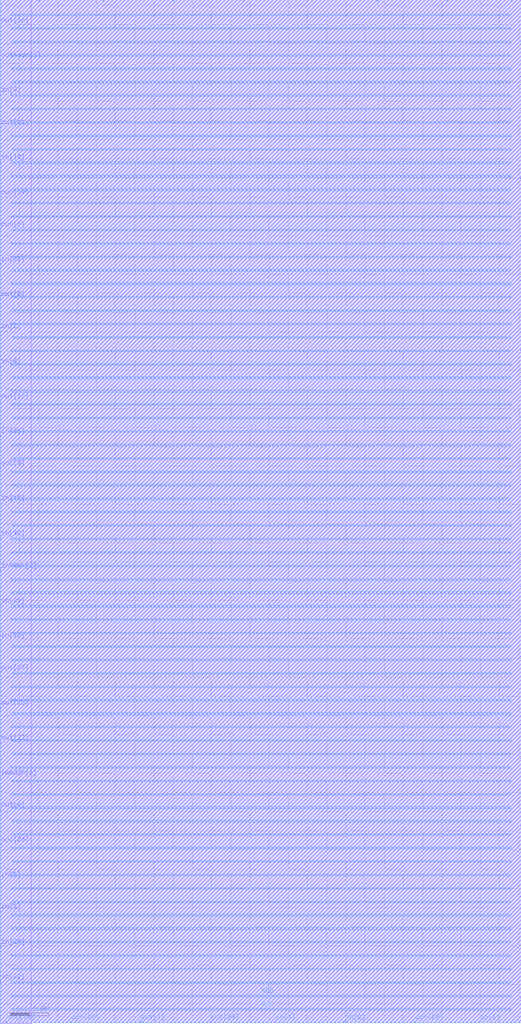
<source format=lef>
VERSION 5.8 ;
BUSBITCHARS "[]" ;
DIVIDERCHAR "/" ;
UNITS
    DATABASE MICRONS 2000 ;
END UNITS

MACRO memMod_dist_1
  FOREIGN memMod_dist_1 0 0 ;
  CLASS BLOCK ;
  SIZE 54.285 BY 106.565 ;
  PIN VSS
    USE GROUND ;
    DIRECTION INOUT ;
    PORT
      LAYER metal4 ;
        RECT  1.14 104.915 53.2 105.085 ;
        RECT  1.14 102.115 53.2 102.285 ;
        RECT  1.14 99.315 53.2 99.485 ;
        RECT  1.14 96.515 53.2 96.685 ;
        RECT  1.14 93.715 53.2 93.885 ;
        RECT  1.14 90.915 53.2 91.085 ;
        RECT  1.14 88.115 53.2 88.285 ;
        RECT  1.14 85.315 53.2 85.485 ;
        RECT  1.14 82.515 53.2 82.685 ;
        RECT  1.14 79.715 53.2 79.885 ;
        RECT  1.14 76.915 53.2 77.085 ;
        RECT  1.14 74.115 53.2 74.285 ;
        RECT  1.14 71.315 53.2 71.485 ;
        RECT  1.14 68.515 53.2 68.685 ;
        RECT  1.14 65.715 53.2 65.885 ;
        RECT  1.14 62.915 53.2 63.085 ;
        RECT  1.14 60.115 53.2 60.285 ;
        RECT  1.14 57.315 53.2 57.485 ;
        RECT  1.14 54.515 53.2 54.685 ;
        RECT  1.14 51.715 53.2 51.885 ;
        RECT  1.14 48.915 53.2 49.085 ;
        RECT  1.14 46.115 53.2 46.285 ;
        RECT  1.14 43.315 53.2 43.485 ;
        RECT  1.14 40.515 53.2 40.685 ;
        RECT  1.14 37.715 53.2 37.885 ;
        RECT  1.14 34.915 53.2 35.085 ;
        RECT  1.14 32.115 53.2 32.285 ;
        RECT  1.14 29.315 53.2 29.485 ;
        RECT  1.14 26.515 53.2 26.685 ;
        RECT  1.14 23.715 53.2 23.885 ;
        RECT  1.14 20.915 53.2 21.085 ;
        RECT  1.14 18.115 53.2 18.285 ;
        RECT  1.14 15.315 53.2 15.485 ;
        RECT  1.14 12.515 53.2 12.685 ;
        RECT  1.14 9.715 53.2 9.885 ;
        RECT  1.14 6.915 53.2 7.085 ;
        RECT  1.14 4.115 53.2 4.285 ;
        RECT  1.14 1.315 53.2 1.485 ;
    END
  END VSS
  PIN VDD
    USE POWER ;
    DIRECTION INOUT ;
    PORT
      LAYER metal4 ;
        RECT  1.14 103.515 53.2 103.685 ;
        RECT  1.14 100.715 53.2 100.885 ;
        RECT  1.14 97.915 53.2 98.085 ;
        RECT  1.14 95.115 53.2 95.285 ;
        RECT  1.14 92.315 53.2 92.485 ;
        RECT  1.14 89.515 53.2 89.685 ;
        RECT  1.14 86.715 53.2 86.885 ;
        RECT  1.14 83.915 53.2 84.085 ;
        RECT  1.14 81.115 53.2 81.285 ;
        RECT  1.14 78.315 53.2 78.485 ;
        RECT  1.14 75.515 53.2 75.685 ;
        RECT  1.14 72.715 53.2 72.885 ;
        RECT  1.14 69.915 53.2 70.085 ;
        RECT  1.14 67.115 53.2 67.285 ;
        RECT  1.14 64.315 53.2 64.485 ;
        RECT  1.14 61.515 53.2 61.685 ;
        RECT  1.14 58.715 53.2 58.885 ;
        RECT  1.14 55.915 53.2 56.085 ;
        RECT  1.14 53.115 53.2 53.285 ;
        RECT  1.14 50.315 53.2 50.485 ;
        RECT  1.14 47.515 53.2 47.685 ;
        RECT  1.14 44.715 53.2 44.885 ;
        RECT  1.14 41.915 53.2 42.085 ;
        RECT  1.14 39.115 53.2 39.285 ;
        RECT  1.14 36.315 53.2 36.485 ;
        RECT  1.14 33.515 53.2 33.685 ;
        RECT  1.14 30.715 53.2 30.885 ;
        RECT  1.14 27.915 53.2 28.085 ;
        RECT  1.14 25.115 53.2 25.285 ;
        RECT  1.14 22.315 53.2 22.485 ;
        RECT  1.14 19.515 53.2 19.685 ;
        RECT  1.14 16.715 53.2 16.885 ;
        RECT  1.14 13.915 53.2 14.085 ;
        RECT  1.14 11.115 53.2 11.285 ;
        RECT  1.14 8.315 53.2 8.485 ;
        RECT  1.14 5.515 53.2 5.685 ;
        RECT  1.14 2.715 53.2 2.885 ;
    END
  END VDD
  PIN clk
    DIRECTION INPUT ;
    USE SIGNAL ;
    PORT
      LAYER metal3 ;
        RECT  54.215 34.475 54.285 34.545 ;
    END
  END clk
  PIN inAddr[0]
    DIRECTION INPUT ;
    USE SIGNAL ;
    PORT
      LAYER metal3 ;
        RECT  54.215 52.395 54.285 52.465 ;
    END
  END inAddr[0]
  PIN inAddr[1]
    DIRECTION INPUT ;
    USE SIGNAL ;
    PORT
      LAYER metal3 ;
        RECT  54.215 80.955 54.285 81.025 ;
    END
  END inAddr[1]
  PIN inAddr[2]
    DIRECTION INPUT ;
    USE SIGNAL ;
    PORT
      LAYER metal3 ;
        RECT  0 47.075 0.07 47.145 ;
    END
  END inAddr[2]
  PIN inAddr[3]
    DIRECTION INPUT ;
    USE SIGNAL ;
    PORT
      LAYER metal3 ;
        RECT  0 25.515 0.07 25.585 ;
    END
  END inAddr[3]
  PIN in[0]
    DIRECTION INPUT ;
    USE SIGNAL ;
    PORT
      LAYER metal4 ;
        RECT  35.865 0 36.005 0.14 ;
    END
  END in[0]
  PIN in[10]
    DIRECTION INPUT ;
    USE SIGNAL ;
    PORT
      LAYER metal4 ;
        RECT  17.945 106.425 18.085 106.565 ;
    END
  END in[10]
  PIN in[11]
    DIRECTION INPUT ;
    USE SIGNAL ;
    PORT
      LAYER metal4 ;
        RECT  53.225 106.425 53.365 106.565 ;
    END
  END in[11]
  PIN in[12]
    DIRECTION INPUT ;
    USE SIGNAL ;
    PORT
      LAYER metal3 ;
        RECT  0 39.795 0.07 39.865 ;
    END
  END in[12]
  PIN in[13]
    DIRECTION INPUT ;
    USE SIGNAL ;
    PORT
      LAYER metal3 ;
        RECT  54.215 27.475 54.285 27.545 ;
    END
  END in[13]
  PIN in[14]
    DIRECTION INPUT ;
    USE SIGNAL ;
    PORT
      LAYER metal3 ;
        RECT  54.215 48.755 54.285 48.825 ;
    END
  END in[14]
  PIN in[15]
    DIRECTION INPUT ;
    USE SIGNAL ;
    PORT
      LAYER metal3 ;
        RECT  54.215 59.395 54.285 59.465 ;
    END
  END in[15]
  PIN in[16]
    DIRECTION INPUT ;
    USE SIGNAL ;
    PORT
      LAYER metal3 ;
        RECT  54.215 87.955 54.285 88.025 ;
    END
  END in[16]
  PIN in[17]
    DIRECTION INPUT ;
    USE SIGNAL ;
    PORT
      LAYER metal3 ;
        RECT  54.215 91.595 54.285 91.665 ;
    END
  END in[17]
  PIN in[18]
    DIRECTION INPUT ;
    USE SIGNAL ;
    PORT
      LAYER metal3 ;
        RECT  0 89.635 0.07 89.705 ;
    END
  END in[18]
  PIN in[19]
    DIRECTION INPUT ;
    USE SIGNAL ;
    PORT
      LAYER metal3 ;
        RECT  0 54.075 0.07 54.145 ;
    END
  END in[19]
  PIN in[1]
    DIRECTION INPUT ;
    USE SIGNAL ;
    PORT
      LAYER metal4 ;
        RECT  49.865 0 50.005 0.14 ;
    END
  END in[1]
  PIN in[20]
    DIRECTION INPUT ;
    USE SIGNAL ;
    PORT
      LAYER metal3 ;
        RECT  0 7.875 0.07 7.945 ;
    END
  END in[20]
  PIN in[21]
    DIRECTION INPUT ;
    USE SIGNAL ;
    PORT
      LAYER metal3 ;
        RECT  54.215 56.035 54.285 56.105 ;
    END
  END in[21]
  PIN in[22]
    DIRECTION INPUT ;
    USE SIGNAL ;
    PORT
      LAYER metal3 ;
        RECT  0 4.235 0.07 4.305 ;
    END
  END in[22]
  PIN in[23]
    DIRECTION INPUT ;
    USE SIGNAL ;
    PORT
      LAYER metal3 ;
        RECT  54.215 77.315 54.285 77.385 ;
    END
  END in[23]
  PIN in[24]
    DIRECTION INPUT ;
    USE SIGNAL ;
    PORT
      LAYER metal3 ;
        RECT  54.215 84.315 54.285 84.385 ;
    END
  END in[24]
  PIN in[25]
    DIRECTION INPUT ;
    USE SIGNAL ;
    PORT
      LAYER metal3 ;
        RECT  54.215 23.835 54.285 23.905 ;
    END
  END in[25]
  PIN in[26]
    DIRECTION INPUT ;
    USE SIGNAL ;
    PORT
      LAYER metal3 ;
        RECT  0 61.075 0.07 61.145 ;
    END
  END in[26]
  PIN in[27]
    DIRECTION INPUT ;
    USE SIGNAL ;
    PORT
      LAYER metal3 ;
        RECT  0 78.995 0.07 79.065 ;
    END
  END in[27]
  PIN in[28]
    DIRECTION INPUT ;
    USE SIGNAL ;
    PORT
      LAYER metal3 ;
        RECT  54.215 13.195 54.285 13.265 ;
    END
  END in[28]
  PIN in[29]
    DIRECTION INPUT ;
    USE SIGNAL ;
    PORT
      LAYER metal3 ;
        RECT  0 43.435 0.07 43.505 ;
    END
  END in[29]
  PIN in[2]
    DIRECTION INPUT ;
    USE SIGNAL ;
    PORT
      LAYER metal3 ;
        RECT  0 71.995 0.07 72.065 ;
    END
  END in[2]
  PIN in[30]
    DIRECTION INPUT ;
    USE SIGNAL ;
    PORT
      LAYER metal3 ;
        RECT  0 50.435 0.07 50.505 ;
    END
  END in[30]
  PIN in[31]
    DIRECTION INPUT ;
    USE SIGNAL ;
    PORT
      LAYER metal4 ;
        RECT  10.665 106.425 10.805 106.565 ;
    END
  END in[31]
  PIN in[3]
    DIRECTION INPUT ;
    USE SIGNAL ;
    PORT
      LAYER metal3 ;
        RECT  0 11.515 0.07 11.585 ;
    END
  END in[3]
  PIN in[4]
    DIRECTION INPUT ;
    USE SIGNAL ;
    PORT
      LAYER metal4 ;
        RECT  28.585 0 28.725 0.14 ;
    END
  END in[4]
  PIN in[5]
    DIRECTION INPUT ;
    USE SIGNAL ;
    PORT
      LAYER metal3 ;
        RECT  0 14.875 0.07 14.945 ;
    END
  END in[5]
  PIN in[6]
    DIRECTION INPUT ;
    USE SIGNAL ;
    PORT
      LAYER metal3 ;
        RECT  0 68.355 0.07 68.425 ;
    END
  END in[6]
  PIN in[7]
    DIRECTION INPUT ;
    USE SIGNAL ;
    PORT
      LAYER metal3 ;
        RECT  54.215 38.115 54.285 38.185 ;
    END
  END in[7]
  PIN in[8]
    DIRECTION INPUT ;
    USE SIGNAL ;
    PORT
      LAYER metal3 ;
        RECT  0 96.635 0.07 96.705 ;
    END
  END in[8]
  PIN in[9]
    DIRECTION INPUT ;
    USE SIGNAL ;
    PORT
      LAYER metal4 ;
        RECT  46.505 106.425 46.645 106.565 ;
    END
  END in[9]
  PIN outAddr[0]
    DIRECTION INPUT ;
    USE SIGNAL ;
    PORT
      LAYER metal3 ;
        RECT  54.215 31.115 54.285 31.185 ;
    END
  END outAddr[0]
  PIN outAddr[1]
    DIRECTION INPUT ;
    USE SIGNAL ;
    PORT
      LAYER metal3 ;
        RECT  0 100.275 0.07 100.345 ;
    END
  END outAddr[1]
  PIN outAddr[2]
    DIRECTION INPUT ;
    USE SIGNAL ;
    PORT
      LAYER metal3 ;
        RECT  54.215 45.395 54.285 45.465 ;
    END
  END outAddr[2]
  PIN outAddr[3]
    DIRECTION INPUT ;
    USE SIGNAL ;
    PORT
      LAYER metal3 ;
        RECT  54.215 63.035 54.285 63.105 ;
    END
  END outAddr[3]
  PIN out[0]
    DIRECTION OUTPUT ;
    USE SIGNAL ;
    PORT
      LAYER metal3 ;
        RECT  54.215 16.835 54.285 16.905 ;
    END
  END out[0]
  PIN out[10]
    DIRECTION OUTPUT ;
    USE SIGNAL ;
    PORT
      LAYER metal3 ;
        RECT  54.215 66.675 54.285 66.745 ;
    END
  END out[10]
  PIN out[11]
    DIRECTION OUTPUT ;
    USE SIGNAL ;
    PORT
      LAYER metal3 ;
        RECT  0 93.275 0.07 93.345 ;
    END
  END out[11]
  PIN out[12]
    DIRECTION OUTPUT ;
    USE SIGNAL ;
    PORT
      LAYER metal4 ;
        RECT  3.945 106.425 4.085 106.565 ;
    END
  END out[12]
  PIN out[13]
    DIRECTION OUTPUT ;
    USE SIGNAL ;
    PORT
      LAYER metal3 ;
        RECT  0 64.715 0.07 64.785 ;
    END
  END out[13]
  PIN out[14]
    DIRECTION OUTPUT ;
    USE SIGNAL ;
    PORT
      LAYER metal4 ;
        RECT  0.585 0 0.725 0.14 ;
    END
  END out[14]
  PIN out[15]
    DIRECTION OUTPUT ;
    USE SIGNAL ;
    PORT
      LAYER metal3 ;
        RECT  0 32.795 0.07 32.865 ;
    END
  END out[15]
  PIN out[16]
    DIRECTION OUTPUT ;
    USE SIGNAL ;
    PORT
      LAYER metal3 ;
        RECT  0 103.915 0.07 103.985 ;
    END
  END out[16]
  PIN out[17]
    DIRECTION OUTPUT ;
    USE SIGNAL ;
    PORT
      LAYER metal4 ;
        RECT  25.225 106.425 25.365 106.565 ;
    END
  END out[17]
  PIN out[18]
    DIRECTION OUTPUT ;
    USE SIGNAL ;
    PORT
      LAYER metal3 ;
        RECT  54.215 102.235 54.285 102.305 ;
    END
  END out[18]
  PIN out[19]
    DIRECTION OUTPUT ;
    USE SIGNAL ;
    PORT
      LAYER metal3 ;
        RECT  0 85.995 0.07 86.065 ;
    END
  END out[19]
  PIN out[1]
    DIRECTION OUTPUT ;
    USE SIGNAL ;
    PORT
      LAYER metal4 ;
        RECT  14.585 0 14.725 0.14 ;
    END
  END out[1]
  PIN out[20]
    DIRECTION OUTPUT ;
    USE SIGNAL ;
    PORT
      LAYER metal4 ;
        RECT  7.305 0 7.445 0.14 ;
    END
  END out[20]
  PIN out[21]
    DIRECTION OUTPUT ;
    USE SIGNAL ;
    PORT
      LAYER metal3 ;
        RECT  54.215 98.595 54.285 98.665 ;
    END
  END out[21]
  PIN out[22]
    DIRECTION OUTPUT ;
    USE SIGNAL ;
    PORT
      LAYER metal3 ;
        RECT  0 29.155 0.07 29.225 ;
    END
  END out[22]
  PIN out[23]
    DIRECTION OUTPUT ;
    USE SIGNAL ;
    PORT
      LAYER metal3 ;
        RECT  54.215 2.555 54.285 2.625 ;
    END
  END out[23]
  PIN out[24]
    DIRECTION OUTPUT ;
    USE SIGNAL ;
    PORT
      LAYER metal3 ;
        RECT  54.215 94.955 54.285 95.025 ;
    END
  END out[24]
  PIN out[25]
    DIRECTION OUTPUT ;
    USE SIGNAL ;
    PORT
      LAYER metal3 ;
        RECT  54.215 41.755 54.285 41.825 ;
    END
  END out[25]
  PIN out[26]
    DIRECTION OUTPUT ;
    USE SIGNAL ;
    PORT
      LAYER metal3 ;
        RECT  0 18.515 0.07 18.585 ;
    END
  END out[26]
  PIN out[27]
    DIRECTION OUTPUT ;
    USE SIGNAL ;
    PORT
      LAYER metal3 ;
        RECT  0 36.435 0.07 36.505 ;
    END
  END out[27]
  PIN out[28]
    DIRECTION OUTPUT ;
    USE SIGNAL ;
    PORT
      LAYER metal4 ;
        RECT  21.865 0 22.005 0.14 ;
    END
  END out[28]
  PIN out[29]
    DIRECTION OUTPUT ;
    USE SIGNAL ;
    PORT
      LAYER metal4 ;
        RECT  43.145 0 43.285 0.14 ;
    END
  END out[29]
  PIN out[2]
    DIRECTION OUTPUT ;
    USE SIGNAL ;
    PORT
      LAYER metal3 ;
        RECT  54.215 6.195 54.285 6.265 ;
    END
  END out[2]
  PIN out[30]
    DIRECTION OUTPUT ;
    USE SIGNAL ;
    PORT
      LAYER metal3 ;
        RECT  54.215 73.675 54.285 73.745 ;
    END
  END out[30]
  PIN out[31]
    DIRECTION OUTPUT ;
    USE SIGNAL ;
    PORT
      LAYER metal3 ;
        RECT  54.215 9.835 54.285 9.905 ;
    END
  END out[31]
  PIN out[3]
    DIRECTION OUTPUT ;
    USE SIGNAL ;
    PORT
      LAYER metal4 ;
        RECT  39.225 106.425 39.365 106.565 ;
    END
  END out[3]
  PIN out[4]
    DIRECTION OUTPUT ;
    USE SIGNAL ;
    PORT
      LAYER metal4 ;
        RECT  31.945 106.425 32.085 106.565 ;
    END
  END out[4]
  PIN out[5]
    DIRECTION OUTPUT ;
    USE SIGNAL ;
    PORT
      LAYER metal3 ;
        RECT  0 75.355 0.07 75.425 ;
    END
  END out[5]
  PIN out[6]
    DIRECTION OUTPUT ;
    USE SIGNAL ;
    PORT
      LAYER metal3 ;
        RECT  0 82.635 0.07 82.705 ;
    END
  END out[6]
  PIN out[7]
    DIRECTION OUTPUT ;
    USE SIGNAL ;
    PORT
      LAYER metal3 ;
        RECT  54.215 20.475 54.285 20.545 ;
    END
  END out[7]
  PIN out[8]
    DIRECTION OUTPUT ;
    USE SIGNAL ;
    PORT
      LAYER metal3 ;
        RECT  0 22.155 0.07 22.225 ;
    END
  END out[8]
  PIN out[9]
    DIRECTION OUTPUT ;
    USE SIGNAL ;
    PORT
      LAYER metal3 ;
        RECT  0 57.715 0.07 57.785 ;
    END
  END out[9]
  PIN writeSel
    DIRECTION INPUT ;
    USE SIGNAL ;
    PORT
      LAYER metal3 ;
        RECT  54.215 70.035 54.285 70.105 ;
    END
  END writeSel
  OBS
    LAYER metal1 ;
     RECT  0 -0.085 3.23 106.565 ;
     RECT  3.23 0 54.285 106.565 ;
    LAYER metal2 ;
     RECT  0 0 54.285 106.565 ;
    LAYER metal3 ;
     RECT  0 0 54.285 106.565 ;
    LAYER metal4 ;
     RECT  0 0 54.285 106.565 ;
  END
END memMod_dist_1
END LIBRARY

</source>
